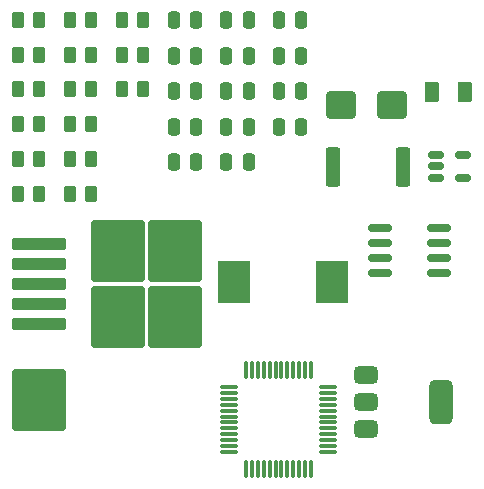
<source format=gbr>
%TF.GenerationSoftware,KiCad,Pcbnew,9.0.7*%
%TF.CreationDate,2026-02-08T16:25:53+05:30*%
%TF.ProjectId,gray,67726179-2e6b-4696-9361-645f70636258,rev?*%
%TF.SameCoordinates,Original*%
%TF.FileFunction,Paste,Top*%
%TF.FilePolarity,Positive*%
%FSLAX46Y46*%
G04 Gerber Fmt 4.6, Leading zero omitted, Abs format (unit mm)*
G04 Created by KiCad (PCBNEW 9.0.7) date 2026-02-08 16:25:53*
%MOMM*%
%LPD*%
G01*
G04 APERTURE LIST*
G04 Aperture macros list*
%AMRoundRect*
0 Rectangle with rounded corners*
0 $1 Rounding radius*
0 $2 $3 $4 $5 $6 $7 $8 $9 X,Y pos of 4 corners*
0 Add a 4 corners polygon primitive as box body*
4,1,4,$2,$3,$4,$5,$6,$7,$8,$9,$2,$3,0*
0 Add four circle primitives for the rounded corners*
1,1,$1+$1,$2,$3*
1,1,$1+$1,$4,$5*
1,1,$1+$1,$6,$7*
1,1,$1+$1,$8,$9*
0 Add four rect primitives between the rounded corners*
20,1,$1+$1,$2,$3,$4,$5,0*
20,1,$1+$1,$4,$5,$6,$7,0*
20,1,$1+$1,$6,$7,$8,$9,0*
20,1,$1+$1,$8,$9,$2,$3,0*%
G04 Aperture macros list end*
%ADD10R,2.700000X3.600000*%
%ADD11RoundRect,0.250000X-2.025000X-2.375000X2.025000X-2.375000X2.025000X2.375000X-2.025000X2.375000X0*%
%ADD12RoundRect,0.075000X-0.662500X-0.075000X0.662500X-0.075000X0.662500X0.075000X-0.662500X0.075000X0*%
%ADD13RoundRect,0.075000X-0.075000X-0.662500X0.075000X-0.662500X0.075000X0.662500X-0.075000X0.662500X0*%
%ADD14RoundRect,0.150000X-0.825000X-0.150000X0.825000X-0.150000X0.825000X0.150000X-0.825000X0.150000X0*%
%ADD15RoundRect,0.150000X-0.512500X-0.150000X0.512500X-0.150000X0.512500X0.150000X-0.512500X0.150000X0*%
%ADD16RoundRect,0.250000X-2.050000X-0.300000X2.050000X-0.300000X2.050000X0.300000X-2.050000X0.300000X0*%
%ADD17RoundRect,0.250000X-0.262500X-0.450000X0.262500X-0.450000X0.262500X0.450000X-0.262500X0.450000X0*%
%ADD18RoundRect,0.250000X-0.362500X-1.425000X0.362500X-1.425000X0.362500X1.425000X-0.362500X1.425000X0*%
%ADD19RoundRect,0.250000X-0.375000X-0.625000X0.375000X-0.625000X0.375000X0.625000X-0.375000X0.625000X0*%
%ADD20RoundRect,0.250000X-1.000000X-0.900000X1.000000X-0.900000X1.000000X0.900000X-1.000000X0.900000X0*%
%ADD21RoundRect,0.250000X-0.250000X-0.475000X0.250000X-0.475000X0.250000X0.475000X-0.250000X0.475000X0*%
%ADD22RoundRect,0.375000X-0.625000X-0.375000X0.625000X-0.375000X0.625000X0.375000X-0.625000X0.375000X0*%
%ADD23RoundRect,0.500000X-0.500000X-1.400000X0.500000X-1.400000X0.500000X1.400000X-0.500000X1.400000X0*%
G04 APERTURE END LIST*
D10*
%TO.C,L1*%
X162300000Y-86500000D03*
X154000000Y-86500000D03*
%TD*%
D11*
%TO.C,*%
X137500000Y-96500000D03*
%TD*%
D12*
%TO.C,U5*%
X153587500Y-95400000D03*
X153587500Y-95900000D03*
X153587500Y-96400000D03*
X153587500Y-96900000D03*
X153587500Y-97400000D03*
X153587500Y-97900000D03*
X153587500Y-98400000D03*
X153587500Y-98900000D03*
X153587500Y-99400000D03*
X153587500Y-99900000D03*
X153587500Y-100400000D03*
X153587500Y-100900000D03*
D13*
X155000000Y-102312500D03*
X155500000Y-102312500D03*
X156000000Y-102312500D03*
X156500000Y-102312500D03*
X157000000Y-102312500D03*
X157500000Y-102312500D03*
X158000000Y-102312500D03*
X158500000Y-102312500D03*
X159000000Y-102312500D03*
X159500000Y-102312500D03*
X160000000Y-102312500D03*
X160500000Y-102312500D03*
D12*
X161912500Y-100900000D03*
X161912500Y-100400000D03*
X161912500Y-99900000D03*
X161912500Y-99400000D03*
X161912500Y-98900000D03*
X161912500Y-98400000D03*
X161912500Y-97900000D03*
X161912500Y-97400000D03*
X161912500Y-96900000D03*
X161912500Y-96400000D03*
X161912500Y-95900000D03*
X161912500Y-95400000D03*
D13*
X160500000Y-93987500D03*
X160000000Y-93987500D03*
X159500000Y-93987500D03*
X159000000Y-93987500D03*
X158500000Y-93987500D03*
X158000000Y-93987500D03*
X157500000Y-93987500D03*
X157000000Y-93987500D03*
X156500000Y-93987500D03*
X156000000Y-93987500D03*
X155500000Y-93987500D03*
X155000000Y-93987500D03*
%TD*%
D14*
%TO.C,U4*%
X166375000Y-81980000D03*
X166375000Y-83250000D03*
X166375000Y-84520000D03*
X166375000Y-85790000D03*
X171325000Y-85790000D03*
X171325000Y-84520000D03*
X171325000Y-83250000D03*
X171325000Y-81980000D03*
%TD*%
D15*
%TO.C,U3*%
X171102500Y-75775000D03*
X171102500Y-76725000D03*
X171102500Y-77675000D03*
X173377500Y-77675000D03*
X173377500Y-75775000D03*
%TD*%
D11*
%TO.C,U1*%
X144175000Y-83925000D03*
X144175000Y-89475000D03*
X149025000Y-83925000D03*
X149025000Y-89475000D03*
D16*
X137450000Y-83300000D03*
X137450000Y-85000000D03*
X137450000Y-86700000D03*
X137450000Y-88400000D03*
X137450000Y-90100000D03*
%TD*%
D17*
%TO.C,TH6*%
X144487500Y-70200000D03*
X146312500Y-70200000D03*
%TD*%
%TO.C,TH5*%
X144487500Y-67250000D03*
X146312500Y-67250000D03*
%TD*%
%TO.C,TH4*%
X144487500Y-64300000D03*
X146312500Y-64300000D03*
%TD*%
%TO.C,TH3*%
X140077500Y-79050000D03*
X141902500Y-79050000D03*
%TD*%
%TO.C,TH2*%
X140077500Y-76100000D03*
X141902500Y-76100000D03*
%TD*%
%TO.C,TH1*%
X140077500Y-73150000D03*
X141902500Y-73150000D03*
%TD*%
%TO.C,R23*%
X140077500Y-70200000D03*
X141902500Y-70200000D03*
%TD*%
%TO.C,R17*%
X140077500Y-67250000D03*
X141902500Y-67250000D03*
%TD*%
D18*
%TO.C,R10*%
X162347500Y-76780000D03*
X168272500Y-76780000D03*
%TD*%
D17*
%TO.C,R9*%
X140077500Y-64300000D03*
X141902500Y-64300000D03*
%TD*%
%TO.C,R8*%
X135667500Y-79050000D03*
X137492500Y-79050000D03*
%TD*%
%TO.C,R7*%
X135667500Y-76100000D03*
X137492500Y-76100000D03*
%TD*%
%TO.C,R6*%
X135667500Y-73150000D03*
X137492500Y-73150000D03*
%TD*%
%TO.C,R5*%
X135667500Y-70200000D03*
X137492500Y-70200000D03*
%TD*%
%TO.C,R4*%
X135667500Y-67250000D03*
X137492500Y-67250000D03*
%TD*%
%TO.C,R1*%
X135667500Y-64300000D03*
X137492500Y-64300000D03*
%TD*%
D19*
%TO.C,F1*%
X170750000Y-70430000D03*
X173550000Y-70430000D03*
%TD*%
D20*
%TO.C,D3*%
X163025000Y-71550000D03*
X167325000Y-71550000D03*
%TD*%
D21*
%TO.C,C23*%
X157780000Y-73360000D03*
X159680000Y-73360000D03*
%TD*%
%TO.C,C19*%
X157780000Y-70350000D03*
X159680000Y-70350000D03*
%TD*%
%TO.C,C18*%
X157780000Y-67340000D03*
X159680000Y-67340000D03*
%TD*%
%TO.C,C17*%
X157780000Y-64330000D03*
X159680000Y-64330000D03*
%TD*%
%TO.C,C16*%
X153330000Y-76370000D03*
X155230000Y-76370000D03*
%TD*%
%TO.C,C15*%
X153330000Y-73360000D03*
X155230000Y-73360000D03*
%TD*%
%TO.C,C14*%
X153330000Y-70350000D03*
X155230000Y-70350000D03*
%TD*%
%TO.C,C13*%
X153330000Y-67340000D03*
X155230000Y-67340000D03*
%TD*%
%TO.C,C11*%
X153330000Y-64330000D03*
X155230000Y-64330000D03*
%TD*%
%TO.C,C7*%
X148880000Y-76370000D03*
X150780000Y-76370000D03*
%TD*%
%TO.C,C6*%
X148880000Y-73360000D03*
X150780000Y-73360000D03*
%TD*%
%TO.C,C5*%
X148880000Y-70350000D03*
X150780000Y-70350000D03*
%TD*%
%TO.C,C3*%
X148880000Y-67340000D03*
X150780000Y-67340000D03*
%TD*%
%TO.C,C2*%
X148880000Y-64330000D03*
X150780000Y-64330000D03*
%TD*%
D22*
%TO.C,U2*%
X165200000Y-94375000D03*
X165200000Y-96675000D03*
D23*
X171500000Y-96675000D03*
D22*
X165200000Y-98975000D03*
%TD*%
M02*

</source>
